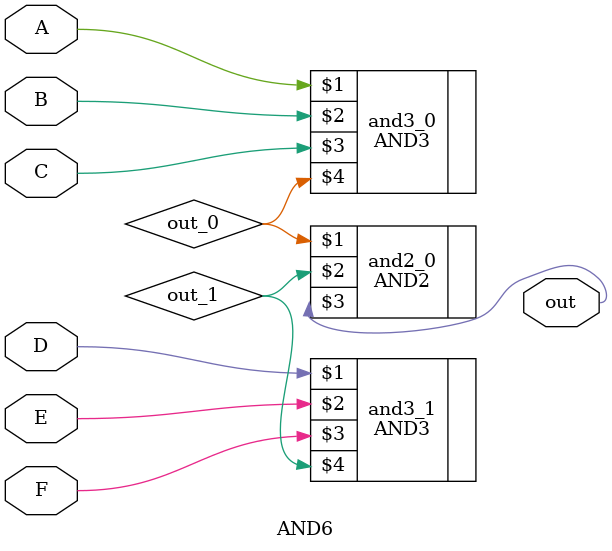
<source format=v>
module AND6 (
    input A, B, C, D, E, F,
    output out
);

    wire out_0;
    wire out_1;

    AND3 and3_0(A, B, C, out_0);
    AND3 and3_1(D, E, F, out_1);
    AND2 and2_0(out_0, out_1, out);

endmodule

</source>
